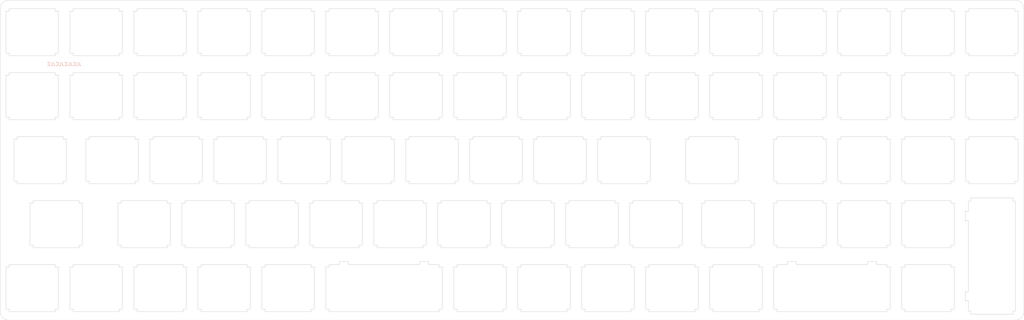
<source format=kicad_pcb>
(kicad_pcb (version 20211014) (generator pcbnew)
  (layers (0 "F.Cu" signal) (31 "B.Cu" signal) (34 "B.Paste" user) (35 "F.Paste" user) (36 "B.SilkS" user "B.Silkscreen") (37 "F.SilkS" user "F.Silkscreen") (38 "B.Mask" user) (39 "F.Mask" user) (44 "Edge.Cuts" user))
  (net 0 "")
  (footprint "Keebio-Parts:MX-Alps_Switch_Cutout" (layer "F.Cu") (at 195.2625 85.725))
  (footprint "Keebio-Parts:MX-Alps_Switch_Cutout" (layer "F.Cu") (at 161.925 28.575))
  (footprint "Keebio-Parts:MX-Alps_Switch_Cutout" (layer "F.Cu") (at 219.075 47.625))
  (footprint "Keebio-Parts:MX-Alps_Switch_Cutout" (layer "F.Cu") (at 185.7375 66.675))
  (footprint "Keebio-Parts:MX-Alps_Switch_Cutout" (layer "F.Cu") (at 219.075 104.775))
  (footprint "Keebio-Parts:MX-Alps_Switch_Cutout" (layer "F.Cu") (at 214.3125 85.725))
  (footprint "Keebio-Parts:MX-Alps_Switch_Cutout" (layer "F.Cu") (at 276.225 66.675))
  (footprint "Keebio-Parts:MX-Alps_Switch_Cutout" (layer "F.Cu") (at 235.74375 85.725))
  (footprint "Keebio-Parts:MX-Alps_Switch_Cutout" (layer "F.Cu") (at 66.675 28.575))
  (footprint "Keebio-Parts:MX-Alps_Switch_Cutout" (layer "F.Cu") (at 28.575 104.775))
  (footprint "Keebio-Parts:MX-Alps_Switch_Cutout" (layer "F.Cu") (at 238.125 47.625))
  (footprint "Keebio-Parts:MX-Alps_Switch_Cutout" (layer "F.Cu") (at 238.125 28.575))
  (footprint "Keebio-Parts:MX-Alps_Switch_Cutout" (layer "F.Cu") (at 166.6875 66.675))
  (footprint "Keebio-Parts:MX-Alps_Switch_Cutout" (layer "F.Cu") (at 104.775 104.775))
  (footprint "Keebio-Parts:MX-Alps_Switch_Cutout" (layer "F.Cu") (at 61.9125 85.725))
  (footprint "Keebio-Parts:MX-Alps_Switch_Cutout" (layer "F.Cu") (at 204.7875 66.675))
  (footprint "Keebio-Parts:MX-Alps_Switch_Cutout" (layer "F.Cu") (at 200.025 104.775))
  (footprint "Keebio-Parts:MX-Alps_Switch_Cutout" (layer "F.Cu") (at 142.875 47.625))
  (footprint "Keebio-Parts:MX-Alps_Switch_Cutout" (layer "F.Cu") (at 161.925 47.625))
  (footprint "Keebio-Parts:MX-Alps_Switch_Cutout" (layer "F.Cu") (at 119.0625 85.725))
  (footprint "Keebio-Parts:MX-Alps_Switch_Cutout" (layer "F.Cu") (at 47.625 47.625))
  (footprint "Keebio-Parts:MX-Alps_Switch_Cutout" (layer "F.Cu") (at 157.1625 85.725))
  (footprint "Keebio-Parts:MX-Alps_Switch_Cutout" (layer "F.Cu") (at 180.975 47.625))
  (footprint "Keebio-Parts:MX-Alps_Switch_Cutout" (layer "F.Cu") (at 219.075 28.575))
  (footprint "Keebio-Parts:MX-Alps_Switch_Cutout" (layer "F.Cu") (at 128.5875 66.675))
  (footprint "Keebio-Parts:MX-Alps_Switch_Cutout" (layer "F.Cu") (at 123.825 28.575))
  (footprint "Keebio-Parts:MX-Alps_Switch_Cutout" (layer "F.Cu") (at 295.275 104.775))
  (footprint "Keebio-Parts:MX-Alps_Switch_Cutout" (layer "F.Cu") (at 314.325 66.675))
  (footprint "Keebio-Parts:MX-Alps_Switch_Cutout" (layer "F.Cu") (at 71.4375 66.675))
  (footprint "Keebio-Parts:MX-Alps_Switch_Cutout" (layer "F.Cu") (at 314.325 47.625))
  (footprint "Keebio-Parts:MX-Alps_Switch_Cutout" (layer "F.Cu") (at 85.725 47.625))
  (footprint "Keebio-Parts:MX-Alps_Switch_Cutout" (layer "F.Cu") (at 238.125 104.775))
  (footprint "Keebio-Parts:MX-Alps_Switch_Cutout" (layer "F.Cu") (at 180.975 28.575))
  (footprint "Keebio-Parts:MX-Alps_Switch_Cutout" (layer "F.Cu") (at 147.6375 66.675))
  (footprint "Keebio-Parts:MX-Alps_Switch_Cutout" (layer "F.Cu") (at 47.625 28.575))
  (footprint "Keebio-Parts:MX-Alps_Switch_Cutout" (layer "F.Cu") (at 161.925 104.775))
  (footprint "Keebio-Parts:MX-Alps_Switch_Cutout" (layer "F.Cu") (at 295.275 28.575))
  (footprint "Keebio-Parts:MX-Alps_Switch_Cutout" (layer "F.Cu") (at 257.175 85.725))
  (footprint "Keebio-Parts:MX-Alps_Switch_Cutout" (layer "F.Cu") (at 257.175 66.675))
  (footprint "Keebio-Parts:MX-Alps_Switch_Cutout" (layer "F.Cu") (at 276.225 85.725))
  (footprint "Keebio-Parts:MX-Alps_Switch_Cutout" (layer "F.Cu") (at 257.175 47.625))
  (footprint "Keebio-Parts:MX-Alps_Switch_Cutout" (layer "F.Cu") (at 230.98125 66.675))
  (footprint "Keebio-Parts:MX-Alps_Switch_Cutout" (layer "F.Cu") (at 109.5375 66.675))
  (footprint "Keebio-Parts:MX-Alps_Switch_Cutout" (layer "F.Cu") (at 90.4875 66.675))
  (footprint "Keebio-Parts:MX-Alps_Switch_Cutout" (layer "F.Cu") (at 104.775 47.625))
  (footprint "Keebio-Parts:MX-Alps_Switch_Cutout-1u_2u" (layer "F.Cu") (at 266.7 104.775 180))
  (footprint "Keebio-Parts:MX-Alps_Switch_Cutout" (layer "F.Cu") (at 180.975 104.775))
  (footprint "Keebio-Parts:MX-Alps_Switch_Cutout" (layer "F.Cu") (at 80.9625 85.725))
  (footprint "Keebio-Parts:MX-Alps_Switch_Cutout" (layer "F.Cu") (at 142.875 28.575))
  (footprint "Keebio-Parts:MX-Alps_Switch_Cutout" (layer "F.Cu") (at 295.275 47.625))
  (footprint "Keebio-Parts:MX-Alps_Switch_Cutout" (layer "F.Cu") (at 28.575 28.575))
  (footprint "Keebio-Parts:MX-Alps_Switch_Cutout" (layer "F.Cu") (at 30.95625 66.675))
  (footprint "Keebio-Parts:MX-Alps_Switch_Cutout-1u_2u" (layer "F.Cu") (at 314.325 95.25 -90))
  (footprint "Keebio-Parts:MX-Alps_Switch_Cutout" (layer "F.Cu") (at 85.725 104.775))
  (footprint "Keebio-Parts:MX-Alps_Switch_Cutout" (layer "F.Cu") (at 138.1125 85.725))
  (footprint "Keebio-Parts:MX-Alps_Switch_Cutout" (layer "F.Cu") (at 104.775 28.575))
  (footprint "Keebio-Parts:MX-Alps_Switch_Cutout" (layer "F.Cu") (at 176.2125 85.725))
  (footprint "Keebio-Parts:MX-Alps_Switch_Cutout" (layer "F.Cu") (at 257.175 28.575))
  (footprint "Keebio-Parts:MX-Alps_Switch_Cutout" (layer "F.Cu") (at 123.825 47.625))
  (footprint "Keebio-Parts:MX-Alps_Switch_Cutout" (layer "F.Cu") (at 200.025 28.575))
  (footprint "Keebio-Parts:MX-Alps_Switch_Cutout" (layer "F.Cu") (at 35.71875 85.725))
  (footprint "Keebio-Parts:MX-Alps_Switch_Cutout" (layer "F.Cu") (at 100.0125 85.725))
  (footprint "Keebio-Parts:MX-Alps_Switch_Cutout" (layer "F.Cu") (at 314.325 28.575))
  (footprint "Keebio-Parts:MX-Alps_Switch_Cutout" (layer "F.Cu") (at 200.025 47.625))
  (footprint "Keebio-Parts:MX-Alps_Switch_Cutout-1u_2u" (layer "F.Cu") (at 133.35 104.775 180))
  (footprint "Keebio-Parts:MX-Alps_Switch_Cutout" (layer "F.Cu") (at 276.225 47.625))
  (footprint "Keebio-Parts:MX-Alps_Switch_Cutout" (layer "F.Cu") (at 66.675 47.625))
  (footprint "Keebio-Parts:MX-Alps_Switch_Cutout" (layer "F.Cu") (at 66.675 104.775))
  (footprint "Keebio-Parts:MX-Alps_Switch_Cutout" (layer "F.Cu") (at 85.725 28.575))
  (footprint "Keebio-Parts:MX-Alps_Switch_Cutout" (layer "F.Cu") (at 276.225 28.575))
  (footprint "Keebio-Parts:MX-Alps_Switch_Cutout" (layer "F.Cu") (at 52.3875 66.675))
  (footprint "Keebio-Parts:MX-Alps_Switch_Cutout" (layer "F.Cu") (at 295.275 85.725))
  (footprint "Keebio-Parts:MX-Alps_Switch_Cutout" (layer "F.Cu") (at 28.575 47.625))
  (footprint "Keebio-Parts:MX-Alps_Switch_Cutout" (layer "F.Cu") (at 295.275 66.675))
  (footprint "Keebio-Parts:MX-Alps_Switch_Cutout" (layer "F.Cu") (at 47.625 104.775))
  (gr_line (start 21.59 114.3) (end 321.31 114.3) (layer "Edge.Cuts") (width 0.1))
  (gr_arc (start 19.05 21.59) (mid 19.793949 19.793949) (end 21.59 19.05) (layer "Edge.Cuts") (width 0.1))
  (gr_line (start 321.31 19.05) (end 22.86 19.05) (layer "Edge.Cuts") (width 0.1))
  (gr_line (start 19.05 21.59) (end 19.05 111.76) (layer "Edge.Cuts") (width 0.1))
  (gr_line (start 323.85 111.76) (end 323.85 21.59) (layer "Edge.Cuts") (width 0.1))
  (gr_arc (start 321.31 19.05) (mid 323.106051 19.793949) (end 323.85 21.59) (layer "Edge.Cuts") (width 0.1))
  (gr_arc (start 21.59 114.3) (mid 19.793949 113.556051) (end 19.05 111.76) (layer "Edge.Cuts") (width 0.1))
  (gr_arc (start 323.85 111.76) (mid 323.106051 113.556051) (end 321.31 114.3) (layer "Edge.Cuts") (width 0.1))
  (gr_line (start 22.86 19.05) (end 21.59 19.05) (layer "Edge.Cuts") (width 0.1))
  (gr_text "JLCJLCJLCJLC" (at 38.1 38.1) (layer "B.SilkS") (effects (font (size 1 1)) (justify mirror)))
)
</source>
